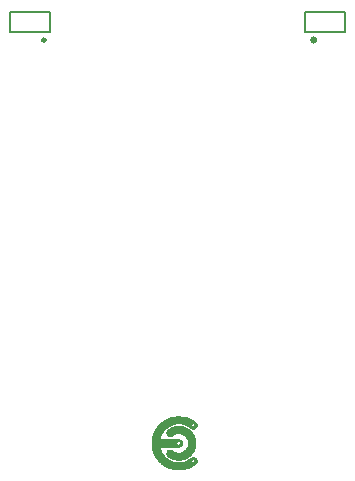
<source format=gbo>
G04 Layer_Color=32896*
%FSLAX44Y44*%
%MOMM*%
G71*
G01*
G75*
%ADD17C,0.2000*%
%ADD24C,0.2540*%
%ADD25C,0.0254*%
D17*
X108000Y426750D02*
X142000D01*
X108000Y443250D02*
X142000D01*
X108000Y426750D02*
Y443250D01*
X142000Y426750D02*
Y443250D01*
X-142000D02*
X-108000D01*
X-142000Y426750D02*
X-108000D01*
Y443250D01*
X-142000Y426750D02*
Y443250D01*
D24*
X117404Y419750D02*
G03*
X117404Y419750I-1904J0D01*
G01*
X-111399Y419500D02*
G03*
X-111399Y419500I-1601J0D01*
G01*
D25*
X-762Y101082D02*
X2540D01*
X-2794Y100828D02*
X4572D01*
X-4318Y100574D02*
X5842D01*
X-5334Y100320D02*
X6858D01*
X-6096Y100066D02*
X7874D01*
X-6858Y99812D02*
X8636D01*
X-7366Y99558D02*
X9144D01*
X-8128Y99304D02*
X9906D01*
X-8636Y99050D02*
X10414D01*
X-9144Y98796D02*
X10922D01*
X-9652Y98542D02*
X11430D01*
X-10160Y98288D02*
X11938D01*
X-10668Y98034D02*
X12446D01*
X-10922Y97780D02*
X12700D01*
X-11430Y97526D02*
X13208D01*
X-11938Y97272D02*
X13462D01*
X-12192Y97018D02*
X13970D01*
X-12446Y96764D02*
X14224D01*
X-12954Y96510D02*
X14478D01*
X-13208Y96256D02*
X14986D01*
X-13462Y96002D02*
X15240D01*
X-13716Y95748D02*
X15494D01*
X-14224Y95494D02*
X15748D01*
X-14478Y95240D02*
X15748D01*
X-14732Y94986D02*
X16002D01*
X13716Y94732D02*
X16002D01*
X3556D02*
X12700D01*
X-14986D02*
X-1778D01*
X13970Y94478D02*
X16256D01*
X4826D02*
X12192D01*
X-15240D02*
X-3048D01*
X14224Y94224D02*
X16256D01*
X5588D02*
X12192D01*
X-15494D02*
X-4064D01*
X14224Y93970D02*
X16256D01*
X6350D02*
X11938D01*
X-15748D02*
X-4826D01*
X14224Y93716D02*
X16256D01*
X7112D02*
X11938D01*
X-16002D02*
X-5334D01*
X14224Y93462D02*
X16256D01*
X7620D02*
X11938D01*
X-16002D02*
X-5842D01*
X14224Y93208D02*
X16256D01*
X8128D02*
X11938D01*
X-16256D02*
X-6350D01*
X13970Y92954D02*
X16256D01*
X8636D02*
X12192D01*
X-16510D02*
X-6858D01*
X13716Y92700D02*
X16002D01*
X9144D02*
X12446D01*
X-1778D02*
X3556D01*
X-16764D02*
X-7366D01*
X9652Y92446D02*
X16002D01*
X-3048D02*
X4572D01*
X-17018D02*
X-7874D01*
X9906Y92192D02*
X15748D01*
X-3810D02*
X5588D01*
X-17272D02*
X-8128D01*
X10414Y91938D02*
X15748D01*
X-4572D02*
X6096D01*
X-17272D02*
X-8636D01*
X10668Y91684D02*
X15494D01*
X-5080D02*
X6858D01*
X-17526D02*
X-8890D01*
X10922Y91430D02*
X15240D01*
X-5588D02*
X7366D01*
X-17780D02*
X-9144D01*
X11430Y91176D02*
X14986D01*
X-6096D02*
X7874D01*
X-17780D02*
X-9652D01*
X11684Y90922D02*
X14478D01*
X-6604D02*
X8128D01*
X-18034D02*
X-9906D01*
X12446Y90668D02*
X13716D01*
X-7112D02*
X8636D01*
X-18288D02*
X-10160D01*
X-7366Y90414D02*
X9144D01*
X-18288D02*
X-10414D01*
X-7620Y90160D02*
X9398D01*
X-18542D02*
X-10668D01*
X-8128Y89906D02*
X9652D01*
X-18796D02*
X-10922D01*
X-8382Y89652D02*
X9906D01*
X-18796D02*
X-11176D01*
X-8636Y89398D02*
X10414D01*
X-19050D02*
X-11430D01*
X-8890Y89144D02*
X10668D01*
X-19050D02*
X-11684D01*
X-8890Y88890D02*
X10922D01*
X-19304D02*
X-11938D01*
X-9144Y88636D02*
X11176D01*
X-19304D02*
X-11938D01*
X-9144Y88382D02*
X11430D01*
X-19558D02*
X-12192D01*
X-9398Y88128D02*
X11684D01*
X-19558D02*
X-12446D01*
X-9398Y87874D02*
X11938D01*
X-19812D02*
X-12700D01*
X-9398Y87620D02*
X11938D01*
X-19812D02*
X-12700D01*
X-9398Y87366D02*
X12192D01*
X-20066D02*
X-12954D01*
X-9398Y87112D02*
X12446D01*
X-20066D02*
X-13208D01*
X-9398Y86858D02*
X12700D01*
X-20066D02*
X-13208D01*
X2286Y86604D02*
X12700D01*
X-9398D02*
X-762D01*
X-20320D02*
X-13462D01*
X3302Y86350D02*
X12954D01*
X-9144D02*
X-1778D01*
X-20320D02*
X-13462D01*
X4064Y86096D02*
X13208D01*
X-9144D02*
X-2286D01*
X-20574D02*
X-13716D01*
X4572Y85842D02*
X13208D01*
X-9144D02*
X-2794D01*
X-20574D02*
X-13716D01*
X5080Y85588D02*
X13462D01*
X-8890D02*
X-3302D01*
X-20574D02*
X-13970D01*
X5334Y85334D02*
X13462D01*
X-8636D02*
X-3810D01*
X-20828D02*
X-13970D01*
X5842Y85080D02*
X13716D01*
X-8382D02*
X-4064D01*
X-20828D02*
X-14224D01*
X6096Y84826D02*
X13716D01*
X-8128D02*
X-4572D01*
X-20828D02*
X-14224D01*
X6350Y84572D02*
X13970D01*
X-7620D02*
X-4826D01*
X-20828D02*
X-14478D01*
X6604Y84318D02*
X13970D01*
X-7112D02*
X-5588D01*
X-21082D02*
X-14478D01*
X6858Y84064D02*
X14224D01*
X-21082D02*
X-14478D01*
X7112Y83810D02*
X14224D01*
X-21082D02*
X-14732D01*
X7366Y83556D02*
X14478D01*
X-21082D02*
X-14732D01*
X7620Y83302D02*
X14478D01*
X-21336D02*
X-14732D01*
X7620Y83048D02*
X14478D01*
X-21336D02*
X-14986D01*
X7874Y82794D02*
X14732D01*
X-21336D02*
X-14986D01*
X7874Y82540D02*
X14732D01*
X-21336D02*
X-14986D01*
X8128Y82286D02*
X14732D01*
X-21336D02*
X-15240D01*
X8382Y82032D02*
X14732D01*
X-21590D02*
X-15240D01*
X8382Y81778D02*
X14986D01*
X-21590D02*
X-15240D01*
X8382Y81524D02*
X14986D01*
X-21590D02*
X1524D01*
X8636Y81270D02*
X14986D01*
X-21590D02*
X2286D01*
X8636Y81016D02*
X14986D01*
X-21590D02*
X2794D01*
X8636Y80762D02*
X14986D01*
X-21590D02*
X3048D01*
X8890Y80508D02*
X15240D01*
X-21590D02*
X3302D01*
X8890Y80254D02*
X15240D01*
X-21590D02*
X3556D01*
X8890Y80000D02*
X15240D01*
X1524D02*
X3556D01*
X-21590D02*
X0D01*
X8890Y79746D02*
X15240D01*
X2032D02*
X3810D01*
X-21844D02*
X-254D01*
X8890Y79492D02*
X15240D01*
X2286D02*
X3810D01*
X-21844D02*
X-508D01*
X9144Y79238D02*
X15240D01*
X2286D02*
X4064D01*
X-21844D02*
X-508D01*
X9144Y78984D02*
X15240D01*
X2540D02*
X4064D01*
X-21844D02*
X-762D01*
X9144Y78730D02*
X15240D01*
X2540D02*
X4064D01*
X-21844D02*
X-762D01*
X9144Y78476D02*
X15240D01*
X2540D02*
X4064D01*
X-21844D02*
X-762D01*
X9144Y78222D02*
X15240D01*
X2540D02*
X4064D01*
X-21844D02*
X-762D01*
X9144Y77968D02*
X15240D01*
X2540D02*
X4064D01*
X-21844D02*
X-762D01*
X8890Y77714D02*
X15240D01*
X2286D02*
X3810D01*
X-21844D02*
X-508D01*
X8890Y77460D02*
X15240D01*
X2032D02*
X3810D01*
X-21844D02*
X-508D01*
X8890Y77206D02*
X15240D01*
X1778D02*
X3810D01*
X-21590D02*
X0D01*
X8890Y76952D02*
X15240D01*
X1270D02*
X3556D01*
X-21590D02*
X254D01*
X8890Y76698D02*
X15240D01*
X-21590D02*
X3556D01*
X8890Y76444D02*
X14986D01*
X-21590D02*
X3302D01*
X8636Y76190D02*
X14986D01*
X-21590D02*
X3048D01*
X8636Y75936D02*
X14986D01*
X-21590D02*
X2794D01*
X8636Y75682D02*
X14986D01*
X-21590D02*
X2286D01*
X8382Y75428D02*
X14986D01*
X-21590D02*
X1270D01*
X8382Y75174D02*
X14986D01*
X-21590D02*
X-15240D01*
X8128Y74920D02*
X14732D01*
X-21590D02*
X-15240D01*
X8128Y74666D02*
X14732D01*
X-21336D02*
X-14986D01*
X7874Y74412D02*
X14732D01*
X-21336D02*
X-14986D01*
X7874Y74158D02*
X14478D01*
X-21336D02*
X-14986D01*
X7620Y73904D02*
X14478D01*
X-21336D02*
X-14986D01*
X7366Y73650D02*
X14478D01*
X-21336D02*
X-14732D01*
X7112Y73396D02*
X14224D01*
X-21082D02*
X-14732D01*
X7112Y73142D02*
X14224D01*
X-21082D02*
X-14732D01*
X6858Y72888D02*
X14224D01*
X-21082D02*
X-14478D01*
X6604Y72634D02*
X13970D01*
X-7366D02*
X-5334D01*
X-21082D02*
X-14478D01*
X6350Y72380D02*
X13970D01*
X-7874D02*
X-4572D01*
X-20828D02*
X-14224D01*
X5842Y72126D02*
X13716D01*
X-8382D02*
X-4318D01*
X-20828D02*
X-14224D01*
X5588Y71872D02*
X13716D01*
X-8636D02*
X-4064D01*
X-20828D02*
X-14224D01*
X5334Y71618D02*
X13462D01*
X-8636D02*
X-3556D01*
X-20574D02*
X-13970D01*
X4826Y71364D02*
X13462D01*
X-8890D02*
X-3302D01*
X-20574D02*
X-13970D01*
X4318Y71110D02*
X13208D01*
X-9144D02*
X-2794D01*
X-20574D02*
X-13716D01*
X3810Y70856D02*
X12954D01*
X-9144D02*
X-2032D01*
X-20320D02*
X-13716D01*
X3048Y70602D02*
X12954D01*
X-9144D02*
X-1270D01*
X-20320D02*
X-13462D01*
X1778Y70348D02*
X12700D01*
X-9398D02*
X0D01*
X-20320D02*
X-13462D01*
X-9398Y70094D02*
X12446D01*
X-20066D02*
X-13208D01*
X-9398Y69840D02*
X12446D01*
X-20066D02*
X-12954D01*
X-9398Y69586D02*
X12192D01*
X-19812D02*
X-12954D01*
X-9398Y69332D02*
X11938D01*
X-19812D02*
X-12700D01*
X-9398Y69078D02*
X11684D01*
X-19812D02*
X-12446D01*
X-9144Y68824D02*
X11430D01*
X-19558D02*
X-12446D01*
X-9144Y68570D02*
X11176D01*
X-19558D02*
X-12192D01*
X-9144Y68316D02*
X10922D01*
X-19304D02*
X-11938D01*
X-8890Y68062D02*
X10668D01*
X-19304D02*
X-11684D01*
X-8636Y67808D02*
X10414D01*
X-19050D02*
X-11430D01*
X-8636Y67554D02*
X10160D01*
X-18796D02*
X-11430D01*
X-8128Y67300D02*
X9906D01*
X-18796D02*
X-11176D01*
X-7874Y67046D02*
X9652D01*
X-18542D02*
X-10922D01*
X-7620Y66792D02*
X9144D01*
X-18542D02*
X-10668D01*
X-7112Y66538D02*
X8890D01*
X-18288D02*
X-10414D01*
X12192Y66284D02*
X14224D01*
X-6858D02*
X8382D01*
X-18034D02*
X-10160D01*
X11430Y66030D02*
X14732D01*
X-6350D02*
X8128D01*
X-18034D02*
X-9652D01*
X11176Y65776D02*
X14986D01*
X-5842D02*
X7620D01*
X-17780D02*
X-9398D01*
X10922Y65522D02*
X15494D01*
X-5334D02*
X7112D01*
X-17526D02*
X-9144D01*
X10414Y65268D02*
X15494D01*
X-4826D02*
X6604D01*
X-17526D02*
X-8890D01*
X10160Y65014D02*
X15748D01*
X-4318D02*
X5842D01*
X-17272D02*
X-8382D01*
X9652Y64760D02*
X16002D01*
X-3556D02*
X5080D01*
X-17018D02*
X-8128D01*
X13716Y64506D02*
X16002D01*
X9398D02*
X12700D01*
X-2540D02*
X4318D01*
X-16764D02*
X-7620D01*
X13970Y64252D02*
X16002D01*
X8890D02*
X12192D01*
X-1270D02*
X2794D01*
X-16764D02*
X-7112D01*
X14224Y63998D02*
X16256D01*
X8382D02*
X12192D01*
X-16510D02*
X-6858D01*
X14224Y63744D02*
X16256D01*
X7874D02*
X11938D01*
X-16256D02*
X-6350D01*
X14224Y63490D02*
X16256D01*
X7366D02*
X11938D01*
X-16002D02*
X-5588D01*
X14224Y63236D02*
X16256D01*
X6858D02*
X11938D01*
X-15748D02*
X-5080D01*
X14224Y62982D02*
X16256D01*
X6096D02*
X11938D01*
X-15494D02*
X-4318D01*
X13970Y62728D02*
X16256D01*
X5334D02*
X12192D01*
X-15240D02*
X-3556D01*
X13716Y62474D02*
X16002D01*
X4318D02*
X12446D01*
X-14986D02*
X-2540D01*
X2794Y62220D02*
X16002D01*
X-14732D02*
X-1016D01*
X-14478Y61966D02*
X16002D01*
X-14224Y61712D02*
X15748D01*
X-13970Y61458D02*
X15494D01*
X-13716Y61204D02*
X15494D01*
X-13462Y60950D02*
X15240D01*
X-12954Y60696D02*
X14732D01*
X-12700Y60442D02*
X14478D01*
X-12446Y60188D02*
X14224D01*
X-11938Y59934D02*
X13716D01*
X-11684Y59680D02*
X13462D01*
X-11176Y59426D02*
X12954D01*
X-10922Y59172D02*
X12700D01*
X-10414Y58918D02*
X12192D01*
X-9906Y58664D02*
X11684D01*
X-9398Y58410D02*
X11176D01*
X-8890Y58156D02*
X10668D01*
X-8382Y57902D02*
X10160D01*
X-7874Y57648D02*
X9652D01*
X-7112Y57394D02*
X8890D01*
X-6604Y57140D02*
X8128D01*
X-5842Y56886D02*
X7366D01*
X-4826Y56632D02*
X6604D01*
X-3810Y56378D02*
X5334D01*
X-2286Y56124D02*
X3810D01*
M02*

</source>
